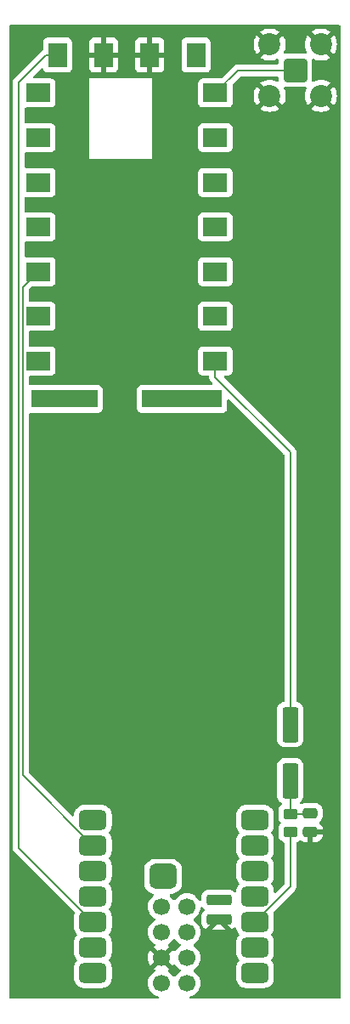
<source format=gbr>
%TF.GenerationSoftware,KiCad,Pcbnew,8.0.6*%
%TF.CreationDate,2024-10-23T18:19:56-04:00*%
%TF.ProjectId,MobileRadio,4d6f6269-6c65-4526-9164-696f2e6b6963,rev?*%
%TF.SameCoordinates,Original*%
%TF.FileFunction,Copper,L1,Top*%
%TF.FilePolarity,Positive*%
%FSLAX46Y46*%
G04 Gerber Fmt 4.6, Leading zero omitted, Abs format (unit mm)*
G04 Created by KiCad (PCBNEW 8.0.6) date 2024-10-23 18:19:56*
%MOMM*%
%LPD*%
G01*
G04 APERTURE LIST*
G04 Aperture macros list*
%AMRoundRect*
0 Rectangle with rounded corners*
0 $1 Rounding radius*
0 $2 $3 $4 $5 $6 $7 $8 $9 X,Y pos of 4 corners*
0 Add a 4 corners polygon primitive as box body*
4,1,4,$2,$3,$4,$5,$6,$7,$8,$9,$2,$3,0*
0 Add four circle primitives for the rounded corners*
1,1,$1+$1,$2,$3*
1,1,$1+$1,$4,$5*
1,1,$1+$1,$6,$7*
1,1,$1+$1,$8,$9*
0 Add four rect primitives between the rounded corners*
20,1,$1+$1,$2,$3,$4,$5,0*
20,1,$1+$1,$4,$5,$6,$7,0*
20,1,$1+$1,$6,$7,$8,$9,0*
20,1,$1+$1,$8,$9,$2,$3,0*%
G04 Aperture macros list end*
%TA.AperFunction,SMDPad,CuDef*%
%ADD10RoundRect,0.500000X0.875000X0.500000X-0.875000X0.500000X-0.875000X-0.500000X0.875000X-0.500000X0*%
%TD*%
%TA.AperFunction,SMDPad,CuDef*%
%ADD11RoundRect,0.275000X-0.975000X-0.275000X0.975000X-0.275000X0.975000X0.275000X-0.975000X0.275000X0*%
%TD*%
%TA.AperFunction,SMDPad,CuDef*%
%ADD12C,1.700000*%
%TD*%
%TA.AperFunction,SMDPad,CuDef*%
%ADD13RoundRect,0.625000X0.750000X0.625000X-0.750000X0.625000X-0.750000X-0.625000X0.750000X-0.625000X0*%
%TD*%
%TA.AperFunction,SMDPad,CuDef*%
%ADD14RoundRect,0.250000X-0.450000X0.262500X-0.450000X-0.262500X0.450000X-0.262500X0.450000X0.262500X0*%
%TD*%
%TA.AperFunction,SMDPad,CuDef*%
%ADD15RoundRect,0.250000X0.550000X-1.500000X0.550000X1.500000X-0.550000X1.500000X-0.550000X-1.500000X0*%
%TD*%
%TA.AperFunction,SMDPad,CuDef*%
%ADD16RoundRect,0.250000X-0.475000X0.250000X-0.475000X-0.250000X0.475000X-0.250000X0.475000X0.250000X0*%
%TD*%
%TA.AperFunction,ComponentPad*%
%ADD17RoundRect,0.200100X-0.949900X-0.949900X0.949900X-0.949900X0.949900X0.949900X-0.949900X0.949900X0*%
%TD*%
%TA.AperFunction,ComponentPad*%
%ADD18C,2.200000*%
%TD*%
%TA.AperFunction,SMDPad,CuDef*%
%ADD19R,2.470000X1.880000*%
%TD*%
%TA.AperFunction,SMDPad,CuDef*%
%ADD20R,1.880000X2.470000*%
%TD*%
%TA.AperFunction,SMDPad,CuDef*%
%ADD21R,6.600000X1.800000*%
%TD*%
%TA.AperFunction,SMDPad,CuDef*%
%ADD22R,8.000000X1.800000*%
%TD*%
%TA.AperFunction,ViaPad*%
%ADD23C,0.600000*%
%TD*%
%TA.AperFunction,Conductor*%
%ADD24C,0.200000*%
%TD*%
G04 APERTURE END LIST*
D10*
%TO.P,U1,1,PA02_A0_D0*%
%TO.N,DRA_RX*%
X124995500Y-146939750D03*
%TO.P,U1,2,PA4_A1_D1*%
%TO.N,DRA_TX*%
X124995500Y-144399750D03*
%TO.P,U1,3,PA10_A2_D2*%
%TO.N,Net-(U1-PA10_A2_D2)*%
X124995500Y-141859750D03*
%TO.P,U1,4,PA11_A3_D3*%
%TO.N,Net-(U1-PA11_A3_D3)*%
X124995500Y-139319750D03*
%TO.P,U1,5,PA8_A4_D4_SDA*%
%TO.N,unconnected-(U1-PA8_A4_D4_SDA-Pad5)*%
X124995500Y-136779750D03*
%TO.P,U1,6,PA9_A5_D5_SCL*%
%TO.N,unconnected-(U1-PA9_A5_D5_SCL-Pad6)*%
X124995500Y-134239750D03*
%TO.P,U1,7,PB08_A6_D6_TX*%
%TO.N,unconnected-(U1-PB08_A6_D6_TX-Pad7)*%
X124995500Y-131699750D03*
%TO.P,U1,8,PB09_A7_D7_RX*%
%TO.N,unconnected-(U1-PB09_A7_D7_RX-Pad8)*%
X108830500Y-131699750D03*
%TO.P,U1,9,PA7_A8_D8_SCK*%
%TO.N,AF_OUT*%
X108830500Y-134239750D03*
%TO.P,U1,10,PA5_A9_D9_MISO*%
%TO.N,Net-(U1-PA5_A9_D9_MISO)*%
X108830500Y-136779750D03*
%TO.P,U1,11,PA6_A10_D10_MOSI*%
%TO.N,Net-(U1-PA6_A10_D10_MOSI)*%
X108830500Y-139319750D03*
%TO.P,U1,12,3V3*%
%TO.N,ESP_3V3*%
X108830500Y-141859750D03*
%TO.P,U1,13,GND*%
%TO.N,GND*%
X108830500Y-144399750D03*
%TO.P,U1,14,5V*%
%TO.N,USB_5V*%
X108830500Y-146939750D03*
D11*
%TO.P,U1,15,BAT*%
%TO.N,VBAT*%
X121385500Y-139701750D03*
%TO.P,U1,16,GND*%
%TO.N,GND*%
X121385500Y-141606750D03*
D12*
%TO.P,U1,17,MTDI*%
%TO.N,unconnected-(U1-MTDI-Pad17)*%
X118210500Y-147951750D03*
%TO.P,U1,18,MTDO*%
%TO.N,unconnected-(U1-MTDO-Pad18)*%
X115670500Y-147951750D03*
%TO.P,U1,19,CHIP_EN*%
%TO.N,unconnected-(U1-CHIP_EN-Pad19)*%
X118210500Y-145411750D03*
%TO.P,U1,20,GND*%
%TO.N,GND*%
X115670500Y-145411750D03*
%TO.P,U1,21,MTMS*%
%TO.N,unconnected-(U1-MTMS-Pad21)*%
X118210500Y-142871750D03*
%TO.P,U1,22,MTCK*%
%TO.N,unconnected-(U1-MTCK-Pad22)*%
X115670500Y-142871750D03*
%TO.P,U1,23,USB_DN*%
%TO.N,unconnected-(U1-USB_DN-Pad23)*%
X118210500Y-140331750D03*
%TO.P,U1,24,USB_DP*%
%TO.N,unconnected-(U1-USB_DP-Pad24)*%
X115670500Y-140331750D03*
D13*
%TO.P,U1,25,PAD*%
%TO.N,unconnected-(U1-PAD-Pad25)*%
X115820500Y-137319750D03*
%TD*%
D14*
%TO.P,R1,1*%
%TO.N,Net-(C1-Pad1)*%
X128500000Y-131087500D03*
%TO.P,R1,2*%
%TO.N,Net-(U1-PA10_A2_D2)*%
X128500000Y-132912500D03*
%TD*%
D15*
%TO.P,C2,1*%
%TO.N,Net-(C1-Pad1)*%
X128500000Y-127800000D03*
%TO.P,C2,2*%
%TO.N,MIC_IN*%
X128500000Y-122200000D03*
%TD*%
D16*
%TO.P,C1,1*%
%TO.N,Net-(C1-Pad1)*%
X130500000Y-131000000D03*
%TO.P,C1,2*%
%TO.N,GND*%
X130500000Y-132900000D03*
%TD*%
D17*
%TO.P,J1,1,In*%
%TO.N,Net-(J1-In)*%
X129000000Y-57000000D03*
D18*
%TO.P,J1,2,Ext*%
%TO.N,GND*%
X126450000Y-54450000D03*
X126450000Y-59550000D03*
X131550000Y-54450000D03*
X131550000Y-59550000D03*
%TD*%
D19*
%TO.P,U2,1,SQ*%
%TO.N,unconnected-(U2-SQ-Pad1)*%
X103375000Y-85975000D03*
%TO.P,U2,2*%
%TO.N,N/C*%
X103375000Y-81525000D03*
%TO.P,U2,3,AF_OUT*%
%TO.N,AF_OUT*%
X103375000Y-77075000D03*
%TO.P,U2,4*%
%TO.N,N/C*%
X103375000Y-72625000D03*
%TO.P,U2,5,PTT*%
%TO.N,Net-(U1-PA11_A3_D3)*%
X103375000Y-68175000D03*
%TO.P,U2,6,PD*%
%TO.N,Net-(U1-PA5_A9_D9_MISO)*%
X103375000Y-63725000D03*
%TO.P,U2,7,H/L*%
%TO.N,Net-(U1-PA6_A10_D10_MOSI)*%
X103375000Y-59275000D03*
D20*
%TO.P,U2,8,VBAT*%
%TO.N,ESP_3V3*%
X105300000Y-55500000D03*
%TO.P,U2,9,GND*%
%TO.N,GND*%
X109900000Y-55500000D03*
%TO.P,U2,10,GND*%
X114500000Y-55500000D03*
%TO.P,U2,11*%
%TO.N,N/C*%
X119100000Y-55500000D03*
D19*
%TO.P,U2,12,ANT*%
%TO.N,Net-(J1-In)*%
X121025000Y-59275000D03*
%TO.P,U2,13*%
%TO.N,N/C*%
X121025000Y-63725000D03*
%TO.P,U2,14*%
X121025000Y-68175000D03*
%TO.P,U2,15*%
X121025000Y-72625000D03*
%TO.P,U2,16,RXD*%
%TO.N,DRA_RX*%
X121025000Y-77075000D03*
%TO.P,U2,17,TXD*%
%TO.N,DRA_TX*%
X121025000Y-81525000D03*
%TO.P,U2,18,MIC_IN*%
%TO.N,MIC_IN*%
X121025000Y-85975000D03*
D21*
%TO.P,U2,P2*%
%TO.N,N/C*%
X106000000Y-89750000D03*
D22*
%TO.P,U2,P3*%
X117700000Y-89750000D03*
%TD*%
D23*
%TO.N,Net-(U1-PA11_A3_D3)*%
X124995500Y-139319750D03*
%TO.N,GND*%
X130500000Y-132900000D03*
%TO.N,DRA_TX*%
X121025000Y-81525000D03*
%TO.N,DRA_RX*%
X121025000Y-77075000D03*
%TO.N,Net-(U1-PA11_A3_D3)*%
X103375000Y-68175000D03*
%TO.N,Net-(U1-PA6_A10_D10_MOSI)*%
X103375000Y-59275000D03*
%TO.N,Net-(U1-PA5_A9_D9_MISO)*%
X103375000Y-63725000D03*
X108830500Y-136779750D03*
%TO.N,Net-(U1-PA6_A10_D10_MOSI)*%
X108830500Y-139319750D03*
%TO.N,DRA_TX*%
X124995500Y-144399750D03*
%TO.N,DRA_RX*%
X124995500Y-146939750D03*
%TO.N,GND*%
X121385500Y-141606750D03*
X115670500Y-145411750D03*
X108830500Y-144399750D03*
X114500000Y-55500000D03*
X109900000Y-55500000D03*
%TD*%
D24*
%TO.N,AF_OUT*%
X101840000Y-78610000D02*
X103375000Y-77075000D01*
X108830500Y-134239750D02*
X101840000Y-127249250D01*
X101840000Y-127249250D02*
X101840000Y-78610000D01*
%TO.N,MIC_IN*%
X128500000Y-95050000D02*
X121025000Y-87575000D01*
X121025000Y-87575000D02*
X121025000Y-85975000D01*
X128500000Y-122200000D02*
X128500000Y-95050000D01*
%TO.N,Net-(U1-PA10_A2_D2)*%
X128500000Y-138355250D02*
X128500000Y-132912500D01*
X124995500Y-141859750D02*
X128500000Y-138355250D01*
%TO.N,Net-(C1-Pad1)*%
X128500000Y-131087500D02*
X128500000Y-127800000D01*
X130000000Y-131000000D02*
X129912500Y-131087500D01*
X129912500Y-131087500D02*
X128500000Y-131087500D01*
X130500000Y-131000000D02*
X130000000Y-131000000D01*
%TO.N,ESP_3V3*%
X101440000Y-134469250D02*
X108830500Y-141859750D01*
X104160000Y-55500000D02*
X101440000Y-58220000D01*
X105300000Y-55500000D02*
X104160000Y-55500000D01*
X101440000Y-58220000D02*
X101440000Y-134469250D01*
%TO.N,Net-(J1-In)*%
X123300000Y-57000000D02*
X129000000Y-57000000D01*
X121025000Y-59275000D02*
X123300000Y-57000000D01*
%TD*%
%TA.AperFunction,Conductor*%
%TO.N,GND*%
G36*
X133442439Y-52520385D02*
G01*
X133488194Y-52573189D01*
X133499400Y-52624700D01*
X133499400Y-149375500D01*
X133479715Y-149442539D01*
X133426911Y-149488294D01*
X133375400Y-149499500D01*
X118594025Y-149499500D01*
X118526986Y-149479815D01*
X118481231Y-149427011D01*
X118471287Y-149357853D01*
X118500312Y-149294297D01*
X118559090Y-149256523D01*
X118561932Y-149255725D01*
X118620988Y-149239900D01*
X118674163Y-149225653D01*
X118888330Y-149125785D01*
X119081901Y-148990245D01*
X119248995Y-148823151D01*
X119384535Y-148629580D01*
X119484403Y-148415413D01*
X119545563Y-148187158D01*
X119566159Y-147951750D01*
X119545563Y-147716342D01*
X119484403Y-147488087D01*
X119384535Y-147273921D01*
X119378925Y-147265908D01*
X119248994Y-147080347D01*
X119081902Y-146913256D01*
X119081896Y-146913251D01*
X118896342Y-146783325D01*
X118852717Y-146728748D01*
X118845523Y-146659250D01*
X118877046Y-146596895D01*
X118896342Y-146580175D01*
X118972748Y-146526675D01*
X119081901Y-146450245D01*
X119248995Y-146283151D01*
X119384535Y-146089580D01*
X119484403Y-145875413D01*
X119545563Y-145647158D01*
X119566159Y-145411750D01*
X119545563Y-145176342D01*
X119484403Y-144948087D01*
X119384535Y-144733921D01*
X119379231Y-144726345D01*
X119248994Y-144540347D01*
X119081902Y-144373256D01*
X119081896Y-144373251D01*
X118896342Y-144243325D01*
X118852717Y-144188748D01*
X118845523Y-144119250D01*
X118877046Y-144056895D01*
X118896342Y-144040175D01*
X118918526Y-144024641D01*
X119081901Y-143910245D01*
X119248995Y-143743151D01*
X119384535Y-143549580D01*
X119484403Y-143335413D01*
X119545563Y-143107158D01*
X119566159Y-142871750D01*
X119547348Y-142656749D01*
X120689052Y-142656749D01*
X120689053Y-142656750D01*
X122081947Y-142656750D01*
X122081947Y-142656749D01*
X121385500Y-141960303D01*
X120689052Y-142656749D01*
X119547348Y-142656749D01*
X119545563Y-142636342D01*
X119499126Y-142463035D01*
X119484405Y-142408094D01*
X119484404Y-142408093D01*
X119484403Y-142408087D01*
X119384535Y-142193921D01*
X119378925Y-142185908D01*
X119248994Y-142000347D01*
X119081902Y-141833256D01*
X119081896Y-141833251D01*
X118896342Y-141703325D01*
X118852717Y-141648748D01*
X118845523Y-141579250D01*
X118877046Y-141516895D01*
X118896342Y-141500175D01*
X118918526Y-141484641D01*
X119081901Y-141370245D01*
X119248995Y-141203151D01*
X119384535Y-141009580D01*
X119484403Y-140795413D01*
X119545563Y-140567158D01*
X119552511Y-140487741D01*
X119577963Y-140422673D01*
X119634554Y-140381694D01*
X119704316Y-140377816D01*
X119765100Y-140412270D01*
X119781028Y-140432570D01*
X119800353Y-140463326D01*
X119800355Y-140463328D01*
X119903949Y-140566922D01*
X119937434Y-140628245D01*
X119932450Y-140697937D01*
X119903950Y-140742284D01*
X119800745Y-140845489D01*
X119707830Y-140993363D01*
X119650148Y-141158210D01*
X119635500Y-141288219D01*
X119635500Y-141925280D01*
X119650148Y-142055289D01*
X119707830Y-142220136D01*
X119800746Y-142368012D01*
X119924237Y-142491503D01*
X120061159Y-142577536D01*
X121297818Y-141340877D01*
X121359141Y-141307392D01*
X121428833Y-141312376D01*
X121473180Y-141340877D01*
X122709840Y-142577537D01*
X122846758Y-142491506D01*
X122916021Y-142422243D01*
X122977344Y-142388758D01*
X123047036Y-142393742D01*
X123102970Y-142435613D01*
X123127216Y-142498944D01*
X123130613Y-142537165D01*
X123186589Y-142732795D01*
X123186590Y-142732798D01*
X123186591Y-142732799D01*
X123280802Y-142913157D01*
X123280804Y-142913159D01*
X123393515Y-143051389D01*
X123420624Y-143115786D01*
X123408615Y-143184615D01*
X123393515Y-143208111D01*
X123289721Y-143335405D01*
X123280802Y-143346343D01*
X123279082Y-143349636D01*
X123186589Y-143526704D01*
X123130614Y-143722333D01*
X123130613Y-143722336D01*
X123120000Y-143841716D01*
X123120000Y-144957778D01*
X123120001Y-144957784D01*
X123130613Y-145077165D01*
X123186589Y-145272795D01*
X123186590Y-145272798D01*
X123186591Y-145272799D01*
X123280802Y-145453157D01*
X123280804Y-145453159D01*
X123393515Y-145591389D01*
X123420624Y-145655786D01*
X123408615Y-145724615D01*
X123393515Y-145748111D01*
X123280804Y-145886340D01*
X123186589Y-146066704D01*
X123130614Y-146262333D01*
X123130613Y-146262336D01*
X123120000Y-146381716D01*
X123120000Y-147497778D01*
X123120001Y-147497784D01*
X123130613Y-147617165D01*
X123186589Y-147812795D01*
X123186590Y-147812798D01*
X123186591Y-147812799D01*
X123280802Y-147993157D01*
X123280804Y-147993159D01*
X123409390Y-148150859D01*
X123453902Y-148187153D01*
X123567093Y-148279448D01*
X123747451Y-148373659D01*
X123943082Y-148429636D01*
X124062463Y-148440250D01*
X125928536Y-148440249D01*
X126047918Y-148429636D01*
X126243549Y-148373659D01*
X126423907Y-148279448D01*
X126581609Y-148150859D01*
X126710198Y-147993157D01*
X126804409Y-147812799D01*
X126860386Y-147617168D01*
X126871000Y-147497787D01*
X126870999Y-146381714D01*
X126860386Y-146262332D01*
X126810957Y-146089584D01*
X126804410Y-146066704D01*
X126804409Y-146066703D01*
X126804409Y-146066701D01*
X126710198Y-145886343D01*
X126597483Y-145748109D01*
X126570375Y-145683715D01*
X126582384Y-145614885D01*
X126597481Y-145591392D01*
X126710198Y-145453157D01*
X126804409Y-145272799D01*
X126860386Y-145077168D01*
X126871000Y-144957787D01*
X126870999Y-143841714D01*
X126860386Y-143722332D01*
X126810957Y-143549584D01*
X126804410Y-143526704D01*
X126804409Y-143526703D01*
X126804409Y-143526701D01*
X126710198Y-143346343D01*
X126597483Y-143208109D01*
X126570375Y-143143715D01*
X126582384Y-143074885D01*
X126597481Y-143051392D01*
X126710198Y-142913157D01*
X126804409Y-142732799D01*
X126860386Y-142537168D01*
X126871000Y-142417787D01*
X126870999Y-141301714D01*
X126860386Y-141182332D01*
X126805216Y-140989521D01*
X126805699Y-140919657D01*
X126836749Y-140867734D01*
X128858506Y-138845978D01*
X128858511Y-138845974D01*
X128868714Y-138835770D01*
X128868716Y-138835770D01*
X128980520Y-138723966D01*
X129059577Y-138587034D01*
X129100500Y-138434307D01*
X129100500Y-134005300D01*
X129120185Y-133938261D01*
X129172989Y-133892506D01*
X129185482Y-133887599D01*
X129269334Y-133859814D01*
X129418656Y-133767712D01*
X129418661Y-133767707D01*
X129424324Y-133763231D01*
X129425335Y-133764510D01*
X129478988Y-133735206D01*
X129548680Y-133740182D01*
X129570458Y-133750830D01*
X129705875Y-133834356D01*
X129705880Y-133834358D01*
X129872302Y-133889505D01*
X129872309Y-133889506D01*
X129975019Y-133899999D01*
X130249999Y-133899999D01*
X130750000Y-133899999D01*
X131024972Y-133899999D01*
X131024986Y-133899998D01*
X131127697Y-133889505D01*
X131294119Y-133834358D01*
X131294124Y-133834356D01*
X131443345Y-133742315D01*
X131567315Y-133618345D01*
X131659356Y-133469124D01*
X131659358Y-133469119D01*
X131714505Y-133302697D01*
X131714506Y-133302690D01*
X131724999Y-133199986D01*
X131725000Y-133199973D01*
X131725000Y-133150000D01*
X130750000Y-133150000D01*
X130750000Y-133899999D01*
X130249999Y-133899999D01*
X130250000Y-133899998D01*
X130250000Y-132774000D01*
X130269685Y-132706961D01*
X130322489Y-132661206D01*
X130374000Y-132650000D01*
X131724999Y-132650000D01*
X131724999Y-132600028D01*
X131724998Y-132600013D01*
X131714505Y-132497302D01*
X131659358Y-132330880D01*
X131659356Y-132330875D01*
X131567315Y-132181654D01*
X131443344Y-132057683D01*
X131443341Y-132057681D01*
X131440339Y-132055829D01*
X131438713Y-132054021D01*
X131437677Y-132053202D01*
X131437817Y-132053024D01*
X131393617Y-132003880D01*
X131382397Y-131934917D01*
X131410243Y-131870836D01*
X131440344Y-131844754D01*
X131443656Y-131842712D01*
X131567712Y-131718656D01*
X131659814Y-131569334D01*
X131714999Y-131402797D01*
X131725500Y-131300009D01*
X131725499Y-130699992D01*
X131722660Y-130672204D01*
X131714999Y-130597203D01*
X131714998Y-130597200D01*
X131684667Y-130505668D01*
X131659814Y-130430666D01*
X131567712Y-130281344D01*
X131443656Y-130157288D01*
X131329530Y-130086895D01*
X131294336Y-130065187D01*
X131294331Y-130065185D01*
X131292862Y-130064698D01*
X131127797Y-130010001D01*
X131127795Y-130010000D01*
X131025010Y-129999500D01*
X129974998Y-129999500D01*
X129974980Y-129999501D01*
X129872203Y-130010000D01*
X129872200Y-130010001D01*
X129705668Y-130065185D01*
X129705666Y-130065185D01*
X129705666Y-130065186D01*
X129705662Y-130065187D01*
X129705661Y-130065189D01*
X129670469Y-130086895D01*
X129603076Y-130105334D01*
X129536413Y-130084410D01*
X129491645Y-130030768D01*
X129482984Y-129961437D01*
X129513182Y-129898430D01*
X129517693Y-129893673D01*
X129518650Y-129892715D01*
X129518656Y-129892712D01*
X129642712Y-129768656D01*
X129734814Y-129619334D01*
X129789999Y-129452797D01*
X129800500Y-129350009D01*
X129800499Y-126249992D01*
X129789999Y-126147203D01*
X129734814Y-125980666D01*
X129642712Y-125831344D01*
X129518656Y-125707288D01*
X129369334Y-125615186D01*
X129202797Y-125560001D01*
X129202795Y-125560000D01*
X129100010Y-125549500D01*
X127899998Y-125549500D01*
X127899981Y-125549501D01*
X127797203Y-125560000D01*
X127797200Y-125560001D01*
X127630668Y-125615185D01*
X127630663Y-125615187D01*
X127481342Y-125707289D01*
X127357289Y-125831342D01*
X127265187Y-125980663D01*
X127265186Y-125980666D01*
X127210001Y-126147203D01*
X127210001Y-126147204D01*
X127210000Y-126147204D01*
X127199500Y-126249983D01*
X127199500Y-129350001D01*
X127199501Y-129350018D01*
X127210000Y-129452796D01*
X127210001Y-129452799D01*
X127265185Y-129619331D01*
X127265186Y-129619334D01*
X127357288Y-129768656D01*
X127481344Y-129892712D01*
X127592766Y-129961437D01*
X127635509Y-129987801D01*
X127682233Y-130039749D01*
X127693456Y-130108712D01*
X127665612Y-130172794D01*
X127635509Y-130198878D01*
X127581347Y-130232285D01*
X127581343Y-130232288D01*
X127457289Y-130356342D01*
X127365187Y-130505663D01*
X127365186Y-130505666D01*
X127310001Y-130672203D01*
X127310001Y-130672204D01*
X127310000Y-130672204D01*
X127299500Y-130774983D01*
X127299500Y-131400001D01*
X127299501Y-131400019D01*
X127310000Y-131502796D01*
X127310001Y-131502799D01*
X127365185Y-131669331D01*
X127365187Y-131669336D01*
X127457289Y-131818657D01*
X127550951Y-131912319D01*
X127584436Y-131973642D01*
X127579452Y-132043334D01*
X127550951Y-132087681D01*
X127457289Y-132181342D01*
X127365187Y-132330663D01*
X127365185Y-132330668D01*
X127365115Y-132330880D01*
X127310001Y-132497203D01*
X127310001Y-132497204D01*
X127310000Y-132497204D01*
X127299500Y-132599983D01*
X127299500Y-133225001D01*
X127299501Y-133225019D01*
X127310000Y-133327796D01*
X127310001Y-133327799D01*
X127356832Y-133469124D01*
X127365186Y-133494334D01*
X127457288Y-133643656D01*
X127581344Y-133767712D01*
X127730666Y-133859814D01*
X127814505Y-133887595D01*
X127871948Y-133927366D01*
X127898772Y-133991882D01*
X127899500Y-134005300D01*
X127899500Y-138055152D01*
X127879815Y-138122191D01*
X127863181Y-138142833D01*
X127082680Y-138923334D01*
X127021357Y-138956819D01*
X126951665Y-138951835D01*
X126895732Y-138909963D01*
X126871315Y-138844499D01*
X126870999Y-138835653D01*
X126870999Y-138761721D01*
X126870999Y-138761714D01*
X126860386Y-138642332D01*
X126804409Y-138446701D01*
X126710198Y-138266343D01*
X126597483Y-138128109D01*
X126570375Y-138063715D01*
X126582384Y-137994885D01*
X126597481Y-137971392D01*
X126710198Y-137833157D01*
X126804409Y-137652799D01*
X126860386Y-137457168D01*
X126871000Y-137337787D01*
X126870999Y-136221714D01*
X126860386Y-136102332D01*
X126804409Y-135906701D01*
X126710198Y-135726343D01*
X126597483Y-135588109D01*
X126570375Y-135523715D01*
X126582384Y-135454885D01*
X126597481Y-135431392D01*
X126710198Y-135293157D01*
X126804409Y-135112799D01*
X126860386Y-134917168D01*
X126871000Y-134797787D01*
X126870999Y-133681714D01*
X126860386Y-133562332D01*
X126804409Y-133366701D01*
X126710198Y-133186343D01*
X126597483Y-133048109D01*
X126570375Y-132983715D01*
X126582384Y-132914885D01*
X126597481Y-132891392D01*
X126710198Y-132753157D01*
X126804409Y-132572799D01*
X126860386Y-132377168D01*
X126871000Y-132257787D01*
X126870999Y-131141714D01*
X126860386Y-131022332D01*
X126804409Y-130826701D01*
X126710198Y-130646343D01*
X126595493Y-130505668D01*
X126581609Y-130488640D01*
X126423909Y-130360054D01*
X126423910Y-130360054D01*
X126423907Y-130360052D01*
X126243549Y-130265841D01*
X126243548Y-130265840D01*
X126243545Y-130265839D01*
X126126276Y-130232285D01*
X126047918Y-130209864D01*
X126047915Y-130209863D01*
X126047913Y-130209863D01*
X125981602Y-130203967D01*
X125928537Y-130199250D01*
X125928532Y-130199250D01*
X124062471Y-130199250D01*
X124062465Y-130199250D01*
X124062464Y-130199251D01*
X124050816Y-130200286D01*
X123943084Y-130209863D01*
X123747454Y-130265839D01*
X123657272Y-130312946D01*
X123567093Y-130360052D01*
X123567091Y-130360053D01*
X123567090Y-130360054D01*
X123409390Y-130488640D01*
X123320870Y-130597203D01*
X123280802Y-130646343D01*
X123252778Y-130699992D01*
X123186589Y-130826704D01*
X123130614Y-131022333D01*
X123130613Y-131022336D01*
X123120000Y-131141716D01*
X123120000Y-132257778D01*
X123120001Y-132257784D01*
X123130613Y-132377165D01*
X123186589Y-132572795D01*
X123186590Y-132572798D01*
X123186591Y-132572799D01*
X123280802Y-132753157D01*
X123280804Y-132753159D01*
X123393515Y-132891389D01*
X123420624Y-132955786D01*
X123408615Y-133024615D01*
X123393515Y-133048111D01*
X123310436Y-133150000D01*
X123280802Y-133186343D01*
X123248735Y-133247732D01*
X123186589Y-133366704D01*
X123130614Y-133562333D01*
X123130613Y-133562336D01*
X123120000Y-133681716D01*
X123120000Y-134797778D01*
X123120001Y-134797784D01*
X123130613Y-134917165D01*
X123186589Y-135112795D01*
X123186590Y-135112798D01*
X123186591Y-135112799D01*
X123280802Y-135293157D01*
X123280804Y-135293159D01*
X123393515Y-135431389D01*
X123420624Y-135495786D01*
X123408615Y-135564615D01*
X123393515Y-135588111D01*
X123280804Y-135726340D01*
X123186589Y-135906704D01*
X123130614Y-136102333D01*
X123130613Y-136102336D01*
X123120000Y-136221716D01*
X123120000Y-137337778D01*
X123120001Y-137337784D01*
X123130613Y-137457165D01*
X123186589Y-137652795D01*
X123186590Y-137652798D01*
X123186591Y-137652799D01*
X123280802Y-137833157D01*
X123280804Y-137833159D01*
X123393515Y-137971389D01*
X123420624Y-138035786D01*
X123408615Y-138104615D01*
X123393515Y-138128111D01*
X123280802Y-138266343D01*
X123268962Y-138289010D01*
X123186589Y-138446704D01*
X123130614Y-138642333D01*
X123130613Y-138642336D01*
X123120000Y-138761716D01*
X123120000Y-138790165D01*
X123100315Y-138857204D01*
X123047511Y-138902959D01*
X122978353Y-138912903D01*
X122914797Y-138883878D01*
X122908319Y-138877846D01*
X122847076Y-138816603D01*
X122759723Y-138761716D01*
X122699106Y-138723628D01*
X122699105Y-138723627D01*
X122699104Y-138723627D01*
X122534158Y-138665909D01*
X122534148Y-138665907D01*
X122404058Y-138651250D01*
X122404052Y-138651250D01*
X120366948Y-138651250D01*
X120366941Y-138651250D01*
X120236851Y-138665907D01*
X120236841Y-138665909D01*
X120071895Y-138723627D01*
X119923923Y-138816603D01*
X119800353Y-138940173D01*
X119707377Y-139088145D01*
X119649659Y-139253091D01*
X119649657Y-139253101D01*
X119635000Y-139383191D01*
X119635000Y-139631716D01*
X119615315Y-139698755D01*
X119562511Y-139744510D01*
X119493353Y-139754454D01*
X119429797Y-139725429D01*
X119398618Y-139684122D01*
X119389796Y-139665204D01*
X119384535Y-139653921D01*
X119248995Y-139460349D01*
X119248994Y-139460347D01*
X119081902Y-139293256D01*
X119081899Y-139293254D01*
X119007622Y-139241244D01*
X118888334Y-139157717D01*
X118888330Y-139157715D01*
X118784701Y-139109392D01*
X118674163Y-139057847D01*
X118674159Y-139057846D01*
X118674155Y-139057844D01*
X118445913Y-138996688D01*
X118445903Y-138996686D01*
X118210501Y-138976091D01*
X118210499Y-138976091D01*
X117975096Y-138996686D01*
X117975086Y-138996688D01*
X117746844Y-139057844D01*
X117746835Y-139057848D01*
X117532671Y-139157714D01*
X117532669Y-139157715D01*
X117339097Y-139293255D01*
X117172005Y-139460347D01*
X117042075Y-139645908D01*
X116987498Y-139689533D01*
X116918000Y-139696727D01*
X116855645Y-139665204D01*
X116838925Y-139645908D01*
X116708994Y-139460347D01*
X116541902Y-139293256D01*
X116537749Y-139289771D01*
X116539276Y-139287950D01*
X116501945Y-139241244D01*
X116494754Y-139171745D01*
X116526279Y-139109392D01*
X116586510Y-139073980D01*
X116616695Y-139070250D01*
X116656436Y-139070250D01*
X116656448Y-139070250D01*
X116704726Y-139067374D01*
X116914759Y-139021684D01*
X117112348Y-138937071D01*
X117262194Y-138835653D01*
X117290348Y-138816598D01*
X117290349Y-138816596D01*
X117290355Y-138816593D01*
X117442343Y-138664605D01*
X117562821Y-138486598D01*
X117647434Y-138289009D01*
X117693124Y-138078976D01*
X117696000Y-138030698D01*
X117696000Y-136608802D01*
X117693124Y-136560524D01*
X117647434Y-136350491D01*
X117562821Y-136152902D01*
X117528594Y-136102332D01*
X117442348Y-135974901D01*
X117442340Y-135974892D01*
X117290357Y-135822909D01*
X117290348Y-135822901D01*
X117112345Y-135702427D01*
X116914760Y-135617816D01*
X116914749Y-135617813D01*
X116704731Y-135572127D01*
X116704730Y-135572126D01*
X116704726Y-135572126D01*
X116656448Y-135569250D01*
X114984552Y-135569250D01*
X114936274Y-135572126D01*
X114936269Y-135572126D01*
X114936268Y-135572127D01*
X114726250Y-135617813D01*
X114726239Y-135617816D01*
X114528654Y-135702427D01*
X114350651Y-135822901D01*
X114350642Y-135822909D01*
X114198659Y-135974892D01*
X114198651Y-135974901D01*
X114078177Y-136152904D01*
X113993566Y-136350489D01*
X113993563Y-136350500D01*
X113947877Y-136560518D01*
X113947876Y-136560524D01*
X113945000Y-136608802D01*
X113945000Y-138030698D01*
X113947876Y-138078976D01*
X113947876Y-138078980D01*
X113947877Y-138078981D01*
X113993563Y-138288999D01*
X113993566Y-138289010D01*
X114078177Y-138486595D01*
X114198651Y-138664598D01*
X114198659Y-138664607D01*
X114350642Y-138816590D01*
X114350651Y-138816598D01*
X114450059Y-138883878D01*
X114528652Y-138937071D01*
X114528653Y-138937071D01*
X114528654Y-138937072D01*
X114619772Y-138976091D01*
X114726241Y-139021684D01*
X114726249Y-139021685D01*
X114726250Y-139021686D01*
X114800880Y-139037921D01*
X114862203Y-139071405D01*
X114895688Y-139132728D01*
X114890704Y-139202420D01*
X114848833Y-139258354D01*
X114845646Y-139260661D01*
X114799098Y-139293254D01*
X114632005Y-139460347D01*
X114496465Y-139653919D01*
X114496464Y-139653921D01*
X114396598Y-139868085D01*
X114396594Y-139868094D01*
X114335438Y-140096336D01*
X114335436Y-140096346D01*
X114314841Y-140331749D01*
X114314841Y-140331750D01*
X114335436Y-140567153D01*
X114335438Y-140567163D01*
X114396594Y-140795405D01*
X114396596Y-140795409D01*
X114396597Y-140795413D01*
X114468389Y-140949371D01*
X114496465Y-141009580D01*
X114496467Y-141009584D01*
X114600537Y-141158210D01*
X114632001Y-141203146D01*
X114632006Y-141203152D01*
X114799097Y-141370243D01*
X114799103Y-141370248D01*
X114984658Y-141500175D01*
X115028283Y-141554752D01*
X115035477Y-141624250D01*
X115003954Y-141686605D01*
X114984658Y-141703325D01*
X114799097Y-141833255D01*
X114632005Y-142000347D01*
X114496465Y-142193919D01*
X114496464Y-142193921D01*
X114396598Y-142408085D01*
X114396594Y-142408094D01*
X114335438Y-142636336D01*
X114335436Y-142636346D01*
X114314841Y-142871749D01*
X114314841Y-142871750D01*
X114335436Y-143107153D01*
X114335438Y-143107163D01*
X114396594Y-143335405D01*
X114396596Y-143335409D01*
X114396597Y-143335413D01*
X114408179Y-143360250D01*
X114496465Y-143549580D01*
X114496467Y-143549584D01*
X114604781Y-143704271D01*
X114632005Y-143743151D01*
X114799099Y-143910245D01*
X114984658Y-144040175D01*
X114985094Y-144040480D01*
X115028718Y-144095057D01*
X115035911Y-144164556D01*
X115004389Y-144226910D01*
X114985093Y-144243630D01*
X114909126Y-144296822D01*
X114909125Y-144296822D01*
X115670500Y-145058197D01*
X115670501Y-145058197D01*
X116431873Y-144296823D01*
X116431873Y-144296822D01*
X116355905Y-144243630D01*
X116312280Y-144189054D01*
X116305086Y-144119555D01*
X116336608Y-144057201D01*
X116355899Y-144040484D01*
X116541901Y-143910245D01*
X116708995Y-143743151D01*
X116838925Y-143557592D01*
X116893502Y-143513967D01*
X116963000Y-143506773D01*
X117025355Y-143538296D01*
X117042075Y-143557592D01*
X117172001Y-143743146D01*
X117172006Y-143743152D01*
X117339097Y-143910243D01*
X117339103Y-143910248D01*
X117524658Y-144040175D01*
X117568283Y-144094752D01*
X117575477Y-144164250D01*
X117543954Y-144226605D01*
X117524658Y-144243325D01*
X117339097Y-144373255D01*
X117172005Y-144540347D01*
X117041769Y-144726345D01*
X116987192Y-144769970D01*
X116917694Y-144777164D01*
X116855339Y-144745641D01*
X116838619Y-144726345D01*
X116785425Y-144650376D01*
X116785425Y-144650375D01*
X116024053Y-145411749D01*
X116024053Y-145411751D01*
X116785425Y-146173123D01*
X116838619Y-146097155D01*
X116893196Y-146053531D01*
X116962695Y-146046338D01*
X117025049Y-146077860D01*
X117041769Y-146097155D01*
X117172005Y-146283151D01*
X117172006Y-146283152D01*
X117339097Y-146450243D01*
X117339103Y-146450248D01*
X117524658Y-146580175D01*
X117568283Y-146634752D01*
X117575477Y-146704250D01*
X117543954Y-146766605D01*
X117524658Y-146783325D01*
X117339097Y-146913255D01*
X117172005Y-147080347D01*
X117042075Y-147265908D01*
X116987498Y-147309533D01*
X116918000Y-147316727D01*
X116855645Y-147285204D01*
X116838925Y-147265908D01*
X116708994Y-147080347D01*
X116541902Y-146913256D01*
X116541901Y-146913255D01*
X116355905Y-146783019D01*
X116312281Y-146728442D01*
X116305088Y-146658943D01*
X116336610Y-146596589D01*
X116355905Y-146579869D01*
X116431873Y-146526675D01*
X115670500Y-145765303D01*
X114909125Y-146526675D01*
X114985094Y-146579869D01*
X115028719Y-146634446D01*
X115035913Y-146703944D01*
X115004390Y-146766299D01*
X114985095Y-146783019D01*
X114799094Y-146913258D01*
X114632005Y-147080347D01*
X114496465Y-147273919D01*
X114496464Y-147273921D01*
X114396598Y-147488085D01*
X114396594Y-147488094D01*
X114335438Y-147716336D01*
X114335436Y-147716346D01*
X114314841Y-147951749D01*
X114314841Y-147951750D01*
X114335436Y-148187153D01*
X114335438Y-148187163D01*
X114396594Y-148415405D01*
X114396596Y-148415409D01*
X114396597Y-148415413D01*
X114408179Y-148440250D01*
X114496465Y-148629580D01*
X114496467Y-148629584D01*
X114604781Y-148784271D01*
X114632005Y-148823151D01*
X114799099Y-148990245D01*
X114895884Y-149058015D01*
X114992665Y-149125782D01*
X114992667Y-149125783D01*
X114992670Y-149125785D01*
X115206837Y-149225653D01*
X115206843Y-149225654D01*
X115206844Y-149225655D01*
X115319068Y-149255725D01*
X115378729Y-149292090D01*
X115409258Y-149354937D01*
X115400964Y-149424312D01*
X115356478Y-149478190D01*
X115289926Y-149499465D01*
X115286975Y-149499500D01*
X100624500Y-149499500D01*
X100557461Y-149479815D01*
X100511706Y-149427011D01*
X100500500Y-149375500D01*
X100500500Y-134548304D01*
X100839498Y-134548304D01*
X100839499Y-134548307D01*
X100880423Y-134701035D01*
X100880424Y-134701036D01*
X100891527Y-134720269D01*
X100891528Y-134720270D01*
X100959475Y-134837959D01*
X100959481Y-134837967D01*
X101078349Y-134956835D01*
X101078355Y-134956840D01*
X106989247Y-140867732D01*
X107022732Y-140929055D01*
X107020782Y-140989524D01*
X106965614Y-141182332D01*
X106965613Y-141182336D01*
X106955000Y-141301716D01*
X106955000Y-142417778D01*
X106955001Y-142417784D01*
X106965613Y-142537165D01*
X107021589Y-142732795D01*
X107021590Y-142732798D01*
X107021591Y-142732799D01*
X107115802Y-142913157D01*
X107115804Y-142913159D01*
X107228838Y-143051785D01*
X107255947Y-143116182D01*
X107243938Y-143185011D01*
X107228838Y-143208507D01*
X107116221Y-143346620D01*
X107022057Y-143526888D01*
X106966109Y-143722421D01*
X106966108Y-143722424D01*
X106955500Y-143841749D01*
X106955500Y-144957750D01*
X106966108Y-145077075D01*
X106966109Y-145077078D01*
X107022057Y-145272611D01*
X107116221Y-145452879D01*
X107228838Y-145590992D01*
X107255947Y-145655388D01*
X107243938Y-145724218D01*
X107228838Y-145747713D01*
X107115805Y-145886337D01*
X107021589Y-146066704D01*
X106965614Y-146262333D01*
X106965613Y-146262336D01*
X106955000Y-146381716D01*
X106955000Y-147497778D01*
X106955001Y-147497784D01*
X106965613Y-147617165D01*
X107021589Y-147812795D01*
X107021590Y-147812798D01*
X107021591Y-147812799D01*
X107115802Y-147993157D01*
X107115804Y-147993159D01*
X107244390Y-148150859D01*
X107288902Y-148187153D01*
X107402093Y-148279448D01*
X107582451Y-148373659D01*
X107778082Y-148429636D01*
X107897463Y-148440250D01*
X109763536Y-148440249D01*
X109882918Y-148429636D01*
X110078549Y-148373659D01*
X110258907Y-148279448D01*
X110416609Y-148150859D01*
X110545198Y-147993157D01*
X110639409Y-147812799D01*
X110695386Y-147617168D01*
X110706000Y-147497787D01*
X110705999Y-146381714D01*
X110695386Y-146262332D01*
X110645957Y-146089584D01*
X110639410Y-146066704D01*
X110639409Y-146066703D01*
X110639409Y-146066701D01*
X110545198Y-145886343D01*
X110432161Y-145747714D01*
X110405052Y-145683318D01*
X110417061Y-145614488D01*
X110432162Y-145590991D01*
X110544778Y-145452880D01*
X110566263Y-145411748D01*
X114315343Y-145411748D01*
X114315343Y-145411751D01*
X114335930Y-145647065D01*
X114335932Y-145647076D01*
X114397066Y-145875233D01*
X114397070Y-145875242D01*
X114496900Y-146089329D01*
X114496902Y-146089333D01*
X114555572Y-146173123D01*
X114555573Y-146173123D01*
X115316947Y-145411750D01*
X114555572Y-144650375D01*
X114496901Y-144734169D01*
X114397070Y-144948257D01*
X114397066Y-144948266D01*
X114335932Y-145176423D01*
X114335930Y-145176434D01*
X114315343Y-145411748D01*
X110566263Y-145411748D01*
X110638942Y-145272611D01*
X110694890Y-145077078D01*
X110694891Y-145077075D01*
X110705499Y-144957750D01*
X110705500Y-144957748D01*
X110705500Y-143841752D01*
X110705499Y-143841749D01*
X110694891Y-143722424D01*
X110694890Y-143722421D01*
X110638942Y-143526888D01*
X110544778Y-143346620D01*
X110432161Y-143208507D01*
X110405052Y-143144111D01*
X110417061Y-143075281D01*
X110432158Y-143051789D01*
X110545198Y-142913157D01*
X110639409Y-142732799D01*
X110695386Y-142537168D01*
X110706000Y-142417787D01*
X110705999Y-141301714D01*
X110695386Y-141182332D01*
X110645957Y-141009584D01*
X110639410Y-140986704D01*
X110639409Y-140986703D01*
X110639409Y-140986701D01*
X110545198Y-140806343D01*
X110432483Y-140668109D01*
X110405375Y-140603715D01*
X110417384Y-140534885D01*
X110432481Y-140511392D01*
X110545198Y-140373157D01*
X110639409Y-140192799D01*
X110695386Y-139997168D01*
X110706000Y-139877787D01*
X110705999Y-138761714D01*
X110695386Y-138642332D01*
X110639409Y-138446701D01*
X110545198Y-138266343D01*
X110432483Y-138128109D01*
X110405375Y-138063715D01*
X110417384Y-137994885D01*
X110432481Y-137971392D01*
X110545198Y-137833157D01*
X110639409Y-137652799D01*
X110695386Y-137457168D01*
X110706000Y-137337787D01*
X110705999Y-136221714D01*
X110695386Y-136102332D01*
X110639409Y-135906701D01*
X110545198Y-135726343D01*
X110432483Y-135588109D01*
X110405375Y-135523715D01*
X110417384Y-135454885D01*
X110432481Y-135431392D01*
X110545198Y-135293157D01*
X110639409Y-135112799D01*
X110695386Y-134917168D01*
X110706000Y-134797787D01*
X110705999Y-133681714D01*
X110695386Y-133562332D01*
X110639409Y-133366701D01*
X110545198Y-133186343D01*
X110432483Y-133048109D01*
X110405375Y-132983715D01*
X110417384Y-132914885D01*
X110432481Y-132891392D01*
X110545198Y-132753157D01*
X110639409Y-132572799D01*
X110695386Y-132377168D01*
X110706000Y-132257787D01*
X110705999Y-131141714D01*
X110695386Y-131022332D01*
X110639409Y-130826701D01*
X110545198Y-130646343D01*
X110430493Y-130505668D01*
X110416609Y-130488640D01*
X110258909Y-130360054D01*
X110258910Y-130360054D01*
X110258907Y-130360052D01*
X110078549Y-130265841D01*
X110078548Y-130265840D01*
X110078545Y-130265839D01*
X109961276Y-130232285D01*
X109882918Y-130209864D01*
X109882915Y-130209863D01*
X109882913Y-130209863D01*
X109816602Y-130203967D01*
X109763537Y-130199250D01*
X109763532Y-130199250D01*
X107897471Y-130199250D01*
X107897465Y-130199250D01*
X107897464Y-130199251D01*
X107885816Y-130200286D01*
X107778084Y-130209863D01*
X107582454Y-130265839D01*
X107492272Y-130312946D01*
X107402093Y-130360052D01*
X107402091Y-130360053D01*
X107402090Y-130360054D01*
X107244390Y-130488640D01*
X107155870Y-130597203D01*
X107115802Y-130646343D01*
X107087778Y-130699992D01*
X107021589Y-130826704D01*
X106965614Y-131022333D01*
X106965613Y-131022336D01*
X106955000Y-131141716D01*
X106955000Y-131215653D01*
X106935315Y-131282692D01*
X106882511Y-131328447D01*
X106813353Y-131338391D01*
X106749797Y-131309366D01*
X106743319Y-131303334D01*
X102476819Y-127036834D01*
X102443334Y-126975511D01*
X102440500Y-126949153D01*
X102440500Y-91264885D01*
X102460185Y-91197846D01*
X102512989Y-91152091D01*
X102582147Y-91142147D01*
X102592235Y-91144060D01*
X102592514Y-91144090D01*
X102592517Y-91144091D01*
X102652127Y-91150500D01*
X109347872Y-91150499D01*
X109407483Y-91144091D01*
X109542331Y-91093796D01*
X109657546Y-91007546D01*
X109743796Y-90892331D01*
X109794091Y-90757483D01*
X109800500Y-90697873D01*
X109800499Y-88802135D01*
X113199500Y-88802135D01*
X113199500Y-90697870D01*
X113199501Y-90697876D01*
X113205908Y-90757483D01*
X113256202Y-90892328D01*
X113256206Y-90892335D01*
X113342452Y-91007544D01*
X113342455Y-91007547D01*
X113457664Y-91093793D01*
X113457671Y-91093797D01*
X113592517Y-91144091D01*
X113592516Y-91144091D01*
X113599444Y-91144835D01*
X113652127Y-91150500D01*
X121747872Y-91150499D01*
X121807483Y-91144091D01*
X121942331Y-91093796D01*
X122057546Y-91007546D01*
X122143796Y-90892331D01*
X122194091Y-90757483D01*
X122200500Y-90697873D01*
X122200499Y-89899095D01*
X122220183Y-89832057D01*
X122272987Y-89786302D01*
X122342146Y-89776358D01*
X122405702Y-89805383D01*
X122412180Y-89811415D01*
X127863181Y-95262416D01*
X127896666Y-95323739D01*
X127899500Y-95350097D01*
X127899500Y-119837837D01*
X127879815Y-119904876D01*
X127827011Y-119950631D01*
X127801459Y-119959089D01*
X127797207Y-119959999D01*
X127630668Y-120015185D01*
X127630663Y-120015187D01*
X127481342Y-120107289D01*
X127357289Y-120231342D01*
X127265187Y-120380663D01*
X127265186Y-120380666D01*
X127210001Y-120547203D01*
X127210001Y-120547204D01*
X127210000Y-120547204D01*
X127199500Y-120649983D01*
X127199500Y-123750001D01*
X127199501Y-123750018D01*
X127210000Y-123852796D01*
X127210001Y-123852799D01*
X127265185Y-124019331D01*
X127265186Y-124019334D01*
X127357288Y-124168656D01*
X127481344Y-124292712D01*
X127630666Y-124384814D01*
X127797203Y-124439999D01*
X127899991Y-124450500D01*
X129100008Y-124450499D01*
X129202797Y-124439999D01*
X129369334Y-124384814D01*
X129518656Y-124292712D01*
X129642712Y-124168656D01*
X129734814Y-124019334D01*
X129789999Y-123852797D01*
X129800500Y-123750009D01*
X129800499Y-120649992D01*
X129789999Y-120547203D01*
X129734814Y-120380666D01*
X129642712Y-120231344D01*
X129518656Y-120107288D01*
X129369334Y-120015186D01*
X129369331Y-120015185D01*
X129202795Y-119960000D01*
X129198533Y-119959088D01*
X129137102Y-119925801D01*
X129103419Y-119864586D01*
X129100500Y-119837837D01*
X129100500Y-94970945D01*
X129100500Y-94970943D01*
X129059577Y-94818216D01*
X129059573Y-94818209D01*
X128980524Y-94681290D01*
X128980521Y-94681286D01*
X128980520Y-94681284D01*
X128868716Y-94569480D01*
X128868715Y-94569479D01*
X128864385Y-94565149D01*
X128864374Y-94565139D01*
X121926415Y-87627180D01*
X121892930Y-87565857D01*
X121897914Y-87496165D01*
X121939786Y-87440232D01*
X122005250Y-87415815D01*
X122014096Y-87415499D01*
X122307871Y-87415499D01*
X122307872Y-87415499D01*
X122367483Y-87409091D01*
X122502331Y-87358796D01*
X122617546Y-87272546D01*
X122703796Y-87157331D01*
X122754091Y-87022483D01*
X122760500Y-86962873D01*
X122760499Y-84987128D01*
X122754091Y-84927517D01*
X122703796Y-84792669D01*
X122703795Y-84792668D01*
X122703793Y-84792664D01*
X122617547Y-84677455D01*
X122617544Y-84677452D01*
X122502335Y-84591206D01*
X122502328Y-84591202D01*
X122367482Y-84540908D01*
X122367483Y-84540908D01*
X122307883Y-84534501D01*
X122307881Y-84534500D01*
X122307873Y-84534500D01*
X122307864Y-84534500D01*
X119742129Y-84534500D01*
X119742123Y-84534501D01*
X119682516Y-84540908D01*
X119547671Y-84591202D01*
X119547664Y-84591206D01*
X119432455Y-84677452D01*
X119432452Y-84677455D01*
X119346206Y-84792664D01*
X119346202Y-84792671D01*
X119295908Y-84927517D01*
X119289501Y-84987116D01*
X119289501Y-84987123D01*
X119289500Y-84987135D01*
X119289500Y-86962870D01*
X119289501Y-86962876D01*
X119295908Y-87022483D01*
X119346202Y-87157328D01*
X119346206Y-87157335D01*
X119432452Y-87272544D01*
X119432455Y-87272547D01*
X119547664Y-87358793D01*
X119547671Y-87358797D01*
X119592618Y-87375561D01*
X119682517Y-87409091D01*
X119742127Y-87415500D01*
X120300499Y-87415499D01*
X120367538Y-87435183D01*
X120413293Y-87487987D01*
X120424499Y-87539499D01*
X120424499Y-87654054D01*
X120424498Y-87654054D01*
X120465423Y-87806785D01*
X120494358Y-87856900D01*
X120494359Y-87856904D01*
X120494360Y-87856904D01*
X120544479Y-87943714D01*
X120544481Y-87943717D01*
X120663349Y-88062585D01*
X120663355Y-88062590D01*
X120738584Y-88137819D01*
X120772069Y-88199142D01*
X120767085Y-88268834D01*
X120725213Y-88324767D01*
X120659749Y-88349184D01*
X120650903Y-88349500D01*
X113652129Y-88349500D01*
X113652123Y-88349501D01*
X113592516Y-88355908D01*
X113457671Y-88406202D01*
X113457664Y-88406206D01*
X113342455Y-88492452D01*
X113342452Y-88492455D01*
X113256206Y-88607664D01*
X113256202Y-88607671D01*
X113205908Y-88742517D01*
X113199501Y-88802116D01*
X113199501Y-88802123D01*
X113199500Y-88802135D01*
X109800499Y-88802135D01*
X109800499Y-88802128D01*
X109794091Y-88742517D01*
X109743796Y-88607669D01*
X109743795Y-88607668D01*
X109743793Y-88607664D01*
X109657547Y-88492455D01*
X109657544Y-88492452D01*
X109542335Y-88406206D01*
X109542328Y-88406202D01*
X109407482Y-88355908D01*
X109407483Y-88355908D01*
X109347883Y-88349501D01*
X109347881Y-88349500D01*
X109347873Y-88349500D01*
X109347864Y-88349500D01*
X102652129Y-88349500D01*
X102652123Y-88349501D01*
X102584804Y-88356738D01*
X102584654Y-88355342D01*
X102523244Y-88352050D01*
X102466573Y-88311182D01*
X102440993Y-88246163D01*
X102440500Y-88235114D01*
X102440500Y-87539499D01*
X102460185Y-87472460D01*
X102512989Y-87426705D01*
X102564500Y-87415499D01*
X104657871Y-87415499D01*
X104657872Y-87415499D01*
X104717483Y-87409091D01*
X104852331Y-87358796D01*
X104967546Y-87272546D01*
X105053796Y-87157331D01*
X105104091Y-87022483D01*
X105110500Y-86962873D01*
X105110499Y-84987128D01*
X105104091Y-84927517D01*
X105053796Y-84792669D01*
X105053795Y-84792668D01*
X105053793Y-84792664D01*
X104967547Y-84677455D01*
X104967544Y-84677452D01*
X104852335Y-84591206D01*
X104852328Y-84591202D01*
X104717482Y-84540908D01*
X104717483Y-84540908D01*
X104657883Y-84534501D01*
X104657881Y-84534500D01*
X104657873Y-84534500D01*
X104657865Y-84534500D01*
X102564500Y-84534500D01*
X102497461Y-84514815D01*
X102451706Y-84462011D01*
X102440500Y-84410500D01*
X102440500Y-83089499D01*
X102460185Y-83022460D01*
X102512989Y-82976705D01*
X102564500Y-82965499D01*
X104657871Y-82965499D01*
X104657872Y-82965499D01*
X104717483Y-82959091D01*
X104852331Y-82908796D01*
X104967546Y-82822546D01*
X105053796Y-82707331D01*
X105104091Y-82572483D01*
X105110500Y-82512873D01*
X105110499Y-80537135D01*
X119289500Y-80537135D01*
X119289500Y-82512870D01*
X119289501Y-82512876D01*
X119295908Y-82572483D01*
X119346202Y-82707328D01*
X119346206Y-82707335D01*
X119432452Y-82822544D01*
X119432455Y-82822547D01*
X119547664Y-82908793D01*
X119547671Y-82908797D01*
X119682517Y-82959091D01*
X119682516Y-82959091D01*
X119689444Y-82959835D01*
X119742127Y-82965500D01*
X122307872Y-82965499D01*
X122367483Y-82959091D01*
X122502331Y-82908796D01*
X122617546Y-82822546D01*
X122703796Y-82707331D01*
X122754091Y-82572483D01*
X122760500Y-82512873D01*
X122760499Y-80537128D01*
X122754091Y-80477517D01*
X122703796Y-80342669D01*
X122703795Y-80342668D01*
X122703793Y-80342664D01*
X122617547Y-80227455D01*
X122617544Y-80227452D01*
X122502335Y-80141206D01*
X122502328Y-80141202D01*
X122367482Y-80090908D01*
X122367483Y-80090908D01*
X122307883Y-80084501D01*
X122307881Y-80084500D01*
X122307873Y-80084500D01*
X122307864Y-80084500D01*
X119742129Y-80084500D01*
X119742123Y-80084501D01*
X119682516Y-80090908D01*
X119547671Y-80141202D01*
X119547664Y-80141206D01*
X119432455Y-80227452D01*
X119432452Y-80227455D01*
X119346206Y-80342664D01*
X119346202Y-80342671D01*
X119295908Y-80477517D01*
X119289501Y-80537116D01*
X119289501Y-80537123D01*
X119289500Y-80537135D01*
X105110499Y-80537135D01*
X105110499Y-80537128D01*
X105104091Y-80477517D01*
X105053796Y-80342669D01*
X105053795Y-80342668D01*
X105053793Y-80342664D01*
X104967547Y-80227455D01*
X104967544Y-80227452D01*
X104852335Y-80141206D01*
X104852328Y-80141202D01*
X104717482Y-80090908D01*
X104717483Y-80090908D01*
X104657883Y-80084501D01*
X104657881Y-80084500D01*
X104657873Y-80084500D01*
X104657865Y-80084500D01*
X102564500Y-80084500D01*
X102497461Y-80064815D01*
X102451706Y-80012011D01*
X102440500Y-79960500D01*
X102440500Y-78910096D01*
X102460185Y-78843057D01*
X102476815Y-78822419D01*
X102747416Y-78551817D01*
X102808739Y-78518333D01*
X102835097Y-78515499D01*
X104657871Y-78515499D01*
X104657872Y-78515499D01*
X104717483Y-78509091D01*
X104852331Y-78458796D01*
X104967546Y-78372546D01*
X105053796Y-78257331D01*
X105104091Y-78122483D01*
X105110500Y-78062873D01*
X105110499Y-76087135D01*
X119289500Y-76087135D01*
X119289500Y-78062870D01*
X119289501Y-78062876D01*
X119295908Y-78122483D01*
X119346202Y-78257328D01*
X119346206Y-78257335D01*
X119432452Y-78372544D01*
X119432455Y-78372547D01*
X119547664Y-78458793D01*
X119547671Y-78458797D01*
X119682517Y-78509091D01*
X119682516Y-78509091D01*
X119689444Y-78509835D01*
X119742127Y-78515500D01*
X122307872Y-78515499D01*
X122367483Y-78509091D01*
X122502331Y-78458796D01*
X122617546Y-78372546D01*
X122703796Y-78257331D01*
X122754091Y-78122483D01*
X122760500Y-78062873D01*
X122760499Y-76087128D01*
X122754091Y-76027517D01*
X122703796Y-75892669D01*
X122703795Y-75892668D01*
X122703793Y-75892664D01*
X122617547Y-75777455D01*
X122617544Y-75777452D01*
X122502335Y-75691206D01*
X122502328Y-75691202D01*
X122367482Y-75640908D01*
X122367483Y-75640908D01*
X122307883Y-75634501D01*
X122307881Y-75634500D01*
X122307873Y-75634500D01*
X122307864Y-75634500D01*
X119742129Y-75634500D01*
X119742123Y-75634501D01*
X119682516Y-75640908D01*
X119547671Y-75691202D01*
X119547664Y-75691206D01*
X119432455Y-75777452D01*
X119432452Y-75777455D01*
X119346206Y-75892664D01*
X119346202Y-75892671D01*
X119295908Y-76027517D01*
X119289501Y-76087116D01*
X119289501Y-76087123D01*
X119289500Y-76087135D01*
X105110499Y-76087135D01*
X105110499Y-76087128D01*
X105104091Y-76027517D01*
X105053796Y-75892669D01*
X105053795Y-75892668D01*
X105053793Y-75892664D01*
X104967547Y-75777455D01*
X104967544Y-75777452D01*
X104852335Y-75691206D01*
X104852328Y-75691202D01*
X104717482Y-75640908D01*
X104717483Y-75640908D01*
X104657883Y-75634501D01*
X104657881Y-75634500D01*
X104657873Y-75634500D01*
X104657865Y-75634500D01*
X102164500Y-75634500D01*
X102097461Y-75614815D01*
X102051706Y-75562011D01*
X102040500Y-75510500D01*
X102040500Y-74189499D01*
X102060185Y-74122460D01*
X102112989Y-74076705D01*
X102164495Y-74065499D01*
X104657872Y-74065499D01*
X104717483Y-74059091D01*
X104852331Y-74008796D01*
X104967546Y-73922546D01*
X105053796Y-73807331D01*
X105104091Y-73672483D01*
X105110500Y-73612873D01*
X105110499Y-71637135D01*
X119289500Y-71637135D01*
X119289500Y-73612870D01*
X119289501Y-73612876D01*
X119295908Y-73672483D01*
X119346202Y-73807328D01*
X119346206Y-73807335D01*
X119432452Y-73922544D01*
X119432455Y-73922547D01*
X119547664Y-74008793D01*
X119547671Y-74008797D01*
X119682517Y-74059091D01*
X119682516Y-74059091D01*
X119689444Y-74059835D01*
X119742127Y-74065500D01*
X122307872Y-74065499D01*
X122367483Y-74059091D01*
X122502331Y-74008796D01*
X122617546Y-73922546D01*
X122703796Y-73807331D01*
X122754091Y-73672483D01*
X122760500Y-73612873D01*
X122760499Y-71637128D01*
X122754091Y-71577517D01*
X122703796Y-71442669D01*
X122703795Y-71442668D01*
X122703793Y-71442664D01*
X122617547Y-71327455D01*
X122617544Y-71327452D01*
X122502335Y-71241206D01*
X122502328Y-71241202D01*
X122367482Y-71190908D01*
X122367483Y-71190908D01*
X122307883Y-71184501D01*
X122307881Y-71184500D01*
X122307873Y-71184500D01*
X122307864Y-71184500D01*
X119742129Y-71184500D01*
X119742123Y-71184501D01*
X119682516Y-71190908D01*
X119547671Y-71241202D01*
X119547664Y-71241206D01*
X119432455Y-71327452D01*
X119432452Y-71327455D01*
X119346206Y-71442664D01*
X119346202Y-71442671D01*
X119295908Y-71577517D01*
X119289501Y-71637116D01*
X119289501Y-71637123D01*
X119289500Y-71637135D01*
X105110499Y-71637135D01*
X105110499Y-71637128D01*
X105104091Y-71577517D01*
X105053796Y-71442669D01*
X105053795Y-71442668D01*
X105053793Y-71442664D01*
X104967547Y-71327455D01*
X104967544Y-71327452D01*
X104852335Y-71241206D01*
X104852328Y-71241202D01*
X104717482Y-71190908D01*
X104717483Y-71190908D01*
X104657883Y-71184501D01*
X104657881Y-71184500D01*
X104657873Y-71184500D01*
X104657865Y-71184500D01*
X102164500Y-71184500D01*
X102097461Y-71164815D01*
X102051706Y-71112011D01*
X102040500Y-71060500D01*
X102040500Y-69739499D01*
X102060185Y-69672460D01*
X102112989Y-69626705D01*
X102164495Y-69615499D01*
X104657872Y-69615499D01*
X104717483Y-69609091D01*
X104852331Y-69558796D01*
X104967546Y-69472546D01*
X105053796Y-69357331D01*
X105104091Y-69222483D01*
X105110500Y-69162873D01*
X105110499Y-67187135D01*
X119289500Y-67187135D01*
X119289500Y-69162870D01*
X119289501Y-69162876D01*
X119295908Y-69222483D01*
X119346202Y-69357328D01*
X119346206Y-69357335D01*
X119432452Y-69472544D01*
X119432455Y-69472547D01*
X119547664Y-69558793D01*
X119547671Y-69558797D01*
X119682517Y-69609091D01*
X119682516Y-69609091D01*
X119689444Y-69609835D01*
X119742127Y-69615500D01*
X122307872Y-69615499D01*
X122367483Y-69609091D01*
X122502331Y-69558796D01*
X122617546Y-69472546D01*
X122703796Y-69357331D01*
X122754091Y-69222483D01*
X122760500Y-69162873D01*
X122760499Y-67187128D01*
X122754091Y-67127517D01*
X122703796Y-66992669D01*
X122703795Y-66992668D01*
X122703793Y-66992664D01*
X122617547Y-66877455D01*
X122617544Y-66877452D01*
X122502335Y-66791206D01*
X122502328Y-66791202D01*
X122367482Y-66740908D01*
X122367483Y-66740908D01*
X122307883Y-66734501D01*
X122307881Y-66734500D01*
X122307873Y-66734500D01*
X122307864Y-66734500D01*
X119742129Y-66734500D01*
X119742123Y-66734501D01*
X119682516Y-66740908D01*
X119547671Y-66791202D01*
X119547664Y-66791206D01*
X119432455Y-66877452D01*
X119432452Y-66877455D01*
X119346206Y-66992664D01*
X119346202Y-66992671D01*
X119295908Y-67127517D01*
X119289501Y-67187116D01*
X119289501Y-67187123D01*
X119289500Y-67187135D01*
X105110499Y-67187135D01*
X105110499Y-67187128D01*
X105104091Y-67127517D01*
X105053796Y-66992669D01*
X105053795Y-66992668D01*
X105053793Y-66992664D01*
X104967547Y-66877455D01*
X104967544Y-66877452D01*
X104852335Y-66791206D01*
X104852328Y-66791202D01*
X104717482Y-66740908D01*
X104717483Y-66740908D01*
X104657883Y-66734501D01*
X104657881Y-66734500D01*
X104657873Y-66734500D01*
X104657865Y-66734500D01*
X102164500Y-66734500D01*
X102097461Y-66714815D01*
X102051706Y-66662011D01*
X102040500Y-66610500D01*
X102040500Y-65814750D01*
X108450000Y-65814750D01*
X114703770Y-65814750D01*
X114703770Y-62737135D01*
X119289500Y-62737135D01*
X119289500Y-64712870D01*
X119289501Y-64712876D01*
X119295908Y-64772483D01*
X119346202Y-64907328D01*
X119346206Y-64907335D01*
X119432452Y-65022544D01*
X119432455Y-65022547D01*
X119547664Y-65108793D01*
X119547671Y-65108797D01*
X119682517Y-65159091D01*
X119682516Y-65159091D01*
X119689444Y-65159835D01*
X119742127Y-65165500D01*
X122307872Y-65165499D01*
X122367483Y-65159091D01*
X122502331Y-65108796D01*
X122617546Y-65022546D01*
X122703796Y-64907331D01*
X122754091Y-64772483D01*
X122760500Y-64712873D01*
X122760499Y-62737128D01*
X122754091Y-62677517D01*
X122703796Y-62542669D01*
X122703795Y-62542668D01*
X122703793Y-62542664D01*
X122617547Y-62427455D01*
X122617544Y-62427452D01*
X122502335Y-62341206D01*
X122502328Y-62341202D01*
X122367482Y-62290908D01*
X122367483Y-62290908D01*
X122307883Y-62284501D01*
X122307881Y-62284500D01*
X122307873Y-62284500D01*
X122307864Y-62284500D01*
X119742129Y-62284500D01*
X119742123Y-62284501D01*
X119682516Y-62290908D01*
X119547671Y-62341202D01*
X119547664Y-62341206D01*
X119432455Y-62427452D01*
X119432452Y-62427455D01*
X119346206Y-62542664D01*
X119346202Y-62542671D01*
X119295908Y-62677517D01*
X119289501Y-62737116D01*
X119289501Y-62737123D01*
X119289500Y-62737135D01*
X114703770Y-62737135D01*
X114703770Y-58287135D01*
X119289500Y-58287135D01*
X119289500Y-60262870D01*
X119289501Y-60262876D01*
X119295908Y-60322483D01*
X119346202Y-60457328D01*
X119346206Y-60457335D01*
X119432452Y-60572544D01*
X119432455Y-60572547D01*
X119547664Y-60658793D01*
X119547671Y-60658797D01*
X119682517Y-60709091D01*
X119682516Y-60709091D01*
X119689444Y-60709835D01*
X119742127Y-60715500D01*
X122307872Y-60715499D01*
X122367483Y-60709091D01*
X122502331Y-60658796D01*
X122617546Y-60572546D01*
X122703796Y-60457331D01*
X122754091Y-60322483D01*
X122760500Y-60262873D01*
X122760499Y-58440096D01*
X122780184Y-58373058D01*
X122796818Y-58352416D01*
X123512416Y-57636819D01*
X123573739Y-57603334D01*
X123600097Y-57600500D01*
X127225500Y-57600500D01*
X127292539Y-57620185D01*
X127338294Y-57672989D01*
X127349500Y-57724500D01*
X127349500Y-58005177D01*
X127329815Y-58072216D01*
X127277011Y-58117971D01*
X127207853Y-58127915D01*
X127178048Y-58119738D01*
X126945959Y-58023604D01*
X126701072Y-57964812D01*
X126450000Y-57945052D01*
X126198927Y-57964812D01*
X125954043Y-58023603D01*
X125721368Y-58119980D01*
X125506637Y-58251567D01*
X125505819Y-58252266D01*
X126164243Y-58910690D01*
X126118426Y-58929668D01*
X126003776Y-59006274D01*
X125906274Y-59103776D01*
X125829668Y-59218426D01*
X125810690Y-59264243D01*
X125152266Y-58605819D01*
X125151567Y-58606637D01*
X125019980Y-58821368D01*
X124923603Y-59054043D01*
X124864812Y-59298927D01*
X124845052Y-59550000D01*
X124864812Y-59801072D01*
X124923603Y-60045956D01*
X125019980Y-60278631D01*
X125151568Y-60493362D01*
X125152266Y-60494179D01*
X125810689Y-59835756D01*
X125829668Y-59881574D01*
X125906274Y-59996224D01*
X126003776Y-60093726D01*
X126118426Y-60170332D01*
X126164242Y-60189309D01*
X125505819Y-60847732D01*
X125505819Y-60847733D01*
X125506634Y-60848429D01*
X125721368Y-60980019D01*
X125954043Y-61076396D01*
X126198927Y-61135187D01*
X126450000Y-61154947D01*
X126701072Y-61135187D01*
X126945956Y-61076396D01*
X127178631Y-60980019D01*
X127393361Y-60848432D01*
X127393363Y-60848430D01*
X127394180Y-60847732D01*
X126735757Y-60189309D01*
X126781574Y-60170332D01*
X126896224Y-60093726D01*
X126993726Y-59996224D01*
X127070332Y-59881574D01*
X127089309Y-59835757D01*
X127747732Y-60494180D01*
X127748430Y-60493363D01*
X127748432Y-60493361D01*
X127880019Y-60278631D01*
X127976396Y-60045956D01*
X128035187Y-59801072D01*
X128054947Y-59550000D01*
X128035187Y-59298927D01*
X127976396Y-59054043D01*
X127880261Y-58821953D01*
X127872792Y-58752484D01*
X127904067Y-58690004D01*
X127964156Y-58654352D01*
X127994822Y-58650500D01*
X130005178Y-58650500D01*
X130072217Y-58670185D01*
X130117972Y-58722989D01*
X130127916Y-58792147D01*
X130119739Y-58821953D01*
X130023603Y-59054043D01*
X129964812Y-59298927D01*
X129945052Y-59550000D01*
X129964812Y-59801072D01*
X130023603Y-60045956D01*
X130119980Y-60278631D01*
X130251568Y-60493362D01*
X130252266Y-60494179D01*
X130910689Y-59835756D01*
X130929668Y-59881574D01*
X131006274Y-59996224D01*
X131103776Y-60093726D01*
X131218426Y-60170332D01*
X131264242Y-60189309D01*
X130605819Y-60847732D01*
X130605819Y-60847733D01*
X130606634Y-60848429D01*
X130821368Y-60980019D01*
X131054043Y-61076396D01*
X131298927Y-61135187D01*
X131550000Y-61154947D01*
X131801072Y-61135187D01*
X132045956Y-61076396D01*
X132278631Y-60980019D01*
X132493361Y-60848432D01*
X132493363Y-60848430D01*
X132494180Y-60847732D01*
X131835757Y-60189309D01*
X131881574Y-60170332D01*
X131996224Y-60093726D01*
X132093726Y-59996224D01*
X132170332Y-59881574D01*
X132189309Y-59835757D01*
X132847732Y-60494180D01*
X132848430Y-60493363D01*
X132848432Y-60493361D01*
X132980019Y-60278631D01*
X133076396Y-60045956D01*
X133135187Y-59801072D01*
X133154947Y-59550000D01*
X133135187Y-59298927D01*
X133076396Y-59054043D01*
X132980019Y-58821368D01*
X132848429Y-58606634D01*
X132847733Y-58605819D01*
X132847732Y-58605819D01*
X132189309Y-59264242D01*
X132170332Y-59218426D01*
X132093726Y-59103776D01*
X131996224Y-59006274D01*
X131881574Y-58929668D01*
X131835756Y-58910689D01*
X132494179Y-58252266D01*
X132493362Y-58251568D01*
X132278631Y-58119980D01*
X132045956Y-58023603D01*
X131801072Y-57964812D01*
X131550000Y-57945052D01*
X131298927Y-57964812D01*
X131054041Y-58023604D01*
X131054039Y-58023604D01*
X130821952Y-58119738D01*
X130752483Y-58127207D01*
X130690004Y-58095932D01*
X130654352Y-58035843D01*
X130650500Y-58005177D01*
X130650500Y-55994822D01*
X130670185Y-55927783D01*
X130722989Y-55882028D01*
X130792147Y-55872084D01*
X130821953Y-55880261D01*
X131054043Y-55976396D01*
X131298927Y-56035187D01*
X131550000Y-56054947D01*
X131801072Y-56035187D01*
X132045956Y-55976396D01*
X132278631Y-55880019D01*
X132493361Y-55748432D01*
X132493363Y-55748430D01*
X132494180Y-55747732D01*
X131835757Y-55089309D01*
X131881574Y-55070332D01*
X131996224Y-54993726D01*
X132093726Y-54896224D01*
X132170332Y-54781574D01*
X132189309Y-54735757D01*
X132847732Y-55394180D01*
X132848430Y-55393363D01*
X132848432Y-55393361D01*
X132980019Y-55178631D01*
X133076396Y-54945956D01*
X133135187Y-54701072D01*
X133154947Y-54450000D01*
X133135187Y-54198927D01*
X133076396Y-53954043D01*
X132980019Y-53721368D01*
X132848429Y-53506634D01*
X132847733Y-53505819D01*
X132847732Y-53505819D01*
X132189309Y-54164242D01*
X132170332Y-54118426D01*
X132093726Y-54003776D01*
X131996224Y-53906274D01*
X131881574Y-53829668D01*
X131835756Y-53810690D01*
X132494179Y-53152266D01*
X132493362Y-53151568D01*
X132278631Y-53019980D01*
X132045956Y-52923603D01*
X131801072Y-52864812D01*
X131550000Y-52845052D01*
X131298927Y-52864812D01*
X131054043Y-52923603D01*
X130821368Y-53019980D01*
X130606637Y-53151567D01*
X130605819Y-53152266D01*
X131264243Y-53810690D01*
X131218426Y-53829668D01*
X131103776Y-53906274D01*
X131006274Y-54003776D01*
X130929668Y-54118426D01*
X130910690Y-54164243D01*
X130252266Y-53505819D01*
X130251567Y-53506637D01*
X130119980Y-53721368D01*
X130023603Y-53954043D01*
X129964812Y-54198927D01*
X129945052Y-54450000D01*
X129964812Y-54701072D01*
X130023603Y-54945956D01*
X130119739Y-55178047D01*
X130127208Y-55247516D01*
X130095933Y-55309996D01*
X130035844Y-55345648D01*
X130005178Y-55349500D01*
X127994822Y-55349500D01*
X127927783Y-55329815D01*
X127882028Y-55277011D01*
X127872084Y-55207853D01*
X127880261Y-55178047D01*
X127976396Y-54945956D01*
X128035187Y-54701072D01*
X128054947Y-54450000D01*
X128035187Y-54198927D01*
X127976396Y-53954043D01*
X127880019Y-53721368D01*
X127748429Y-53506634D01*
X127747733Y-53505819D01*
X127747732Y-53505819D01*
X127089309Y-54164242D01*
X127070332Y-54118426D01*
X126993726Y-54003776D01*
X126896224Y-53906274D01*
X126781574Y-53829668D01*
X126735756Y-53810690D01*
X127394179Y-53152266D01*
X127393362Y-53151568D01*
X127178631Y-53019980D01*
X126945956Y-52923603D01*
X126701072Y-52864812D01*
X126450000Y-52845052D01*
X126198927Y-52864812D01*
X125954043Y-52923603D01*
X125721368Y-53019980D01*
X125506637Y-53151567D01*
X125505819Y-53152266D01*
X126164243Y-53810690D01*
X126118426Y-53829668D01*
X126003776Y-53906274D01*
X125906274Y-54003776D01*
X125829668Y-54118426D01*
X125810690Y-54164243D01*
X125152266Y-53505819D01*
X125151567Y-53506637D01*
X125019980Y-53721368D01*
X124923603Y-53954043D01*
X124864812Y-54198927D01*
X124845052Y-54450000D01*
X124864812Y-54701072D01*
X124923603Y-54945956D01*
X125019980Y-55178631D01*
X125151568Y-55393362D01*
X125152266Y-55394179D01*
X125810689Y-54735756D01*
X125829668Y-54781574D01*
X125906274Y-54896224D01*
X126003776Y-54993726D01*
X126118426Y-55070332D01*
X126164242Y-55089309D01*
X125505819Y-55747732D01*
X125505819Y-55747733D01*
X125506634Y-55748429D01*
X125721368Y-55880019D01*
X125954043Y-55976396D01*
X126198927Y-56035187D01*
X126450000Y-56054947D01*
X126701072Y-56035187D01*
X126945956Y-55976396D01*
X127178047Y-55880261D01*
X127247516Y-55872792D01*
X127309996Y-55904067D01*
X127345648Y-55964156D01*
X127349500Y-55994822D01*
X127349500Y-56275500D01*
X127329815Y-56342539D01*
X127277011Y-56388294D01*
X127225500Y-56399500D01*
X123386669Y-56399500D01*
X123386653Y-56399499D01*
X123379057Y-56399499D01*
X123220943Y-56399499D01*
X123113587Y-56428265D01*
X123068210Y-56440424D01*
X123068209Y-56440425D01*
X123018096Y-56469359D01*
X123018095Y-56469360D01*
X122974689Y-56494420D01*
X122931285Y-56519479D01*
X122931282Y-56519481D01*
X122819478Y-56631286D01*
X121652582Y-57798181D01*
X121591259Y-57831666D01*
X121564901Y-57834500D01*
X119742129Y-57834500D01*
X119742123Y-57834501D01*
X119682516Y-57840908D01*
X119547671Y-57891202D01*
X119547664Y-57891206D01*
X119432455Y-57977452D01*
X119432452Y-57977455D01*
X119346206Y-58092664D01*
X119346202Y-58092671D01*
X119295908Y-58227517D01*
X119289501Y-58287116D01*
X119289501Y-58287123D01*
X119289500Y-58287135D01*
X114703770Y-58287135D01*
X114703770Y-57825000D01*
X108450000Y-57825000D01*
X108450000Y-65814750D01*
X102040500Y-65814750D01*
X102040500Y-65289499D01*
X102060185Y-65222460D01*
X102112989Y-65176705D01*
X102164495Y-65165499D01*
X104657872Y-65165499D01*
X104717483Y-65159091D01*
X104852331Y-65108796D01*
X104967546Y-65022546D01*
X105053796Y-64907331D01*
X105104091Y-64772483D01*
X105110500Y-64712873D01*
X105110499Y-62737128D01*
X105104091Y-62677517D01*
X105053796Y-62542669D01*
X105053795Y-62542668D01*
X105053793Y-62542664D01*
X104967547Y-62427455D01*
X104967544Y-62427452D01*
X104852335Y-62341206D01*
X104852328Y-62341202D01*
X104717482Y-62290908D01*
X104717483Y-62290908D01*
X104657883Y-62284501D01*
X104657881Y-62284500D01*
X104657873Y-62284500D01*
X104657865Y-62284500D01*
X102164500Y-62284500D01*
X102097461Y-62264815D01*
X102051706Y-62212011D01*
X102040500Y-62160500D01*
X102040500Y-60839499D01*
X102060185Y-60772460D01*
X102112989Y-60726705D01*
X102164495Y-60715499D01*
X104657872Y-60715499D01*
X104717483Y-60709091D01*
X104852331Y-60658796D01*
X104967546Y-60572546D01*
X105053796Y-60457331D01*
X105104091Y-60322483D01*
X105110500Y-60262873D01*
X105110499Y-58287128D01*
X105104091Y-58227517D01*
X105063982Y-58119980D01*
X105053797Y-58092671D01*
X105053793Y-58092664D01*
X104967547Y-57977455D01*
X104967544Y-57977452D01*
X104852335Y-57891206D01*
X104852328Y-57891202D01*
X104717482Y-57840908D01*
X104717483Y-57840908D01*
X104657883Y-57834501D01*
X104657881Y-57834500D01*
X104657873Y-57834500D01*
X104657865Y-57834500D01*
X102974096Y-57834500D01*
X102907057Y-57814815D01*
X102861302Y-57762011D01*
X102851358Y-57692853D01*
X102880383Y-57629297D01*
X102886415Y-57622819D01*
X103280638Y-57228596D01*
X103675373Y-56833860D01*
X103736694Y-56800377D01*
X103806385Y-56805361D01*
X103862319Y-56847233D01*
X103879234Y-56878210D01*
X103916202Y-56977328D01*
X103916206Y-56977335D01*
X104002452Y-57092544D01*
X104002455Y-57092547D01*
X104117664Y-57178793D01*
X104117671Y-57178797D01*
X104252517Y-57229091D01*
X104252516Y-57229091D01*
X104259444Y-57229835D01*
X104312127Y-57235500D01*
X106287872Y-57235499D01*
X106347483Y-57229091D01*
X106482331Y-57178796D01*
X106597546Y-57092546D01*
X106683796Y-56977331D01*
X106734091Y-56842483D01*
X106740500Y-56782873D01*
X106740500Y-56782844D01*
X108460000Y-56782844D01*
X108466401Y-56842372D01*
X108466403Y-56842379D01*
X108516645Y-56977086D01*
X108516649Y-56977093D01*
X108602809Y-57092187D01*
X108602812Y-57092190D01*
X108717906Y-57178350D01*
X108717913Y-57178354D01*
X108852620Y-57228596D01*
X108852627Y-57228598D01*
X108912155Y-57234999D01*
X108912172Y-57235000D01*
X109650000Y-57235000D01*
X110150000Y-57235000D01*
X110887828Y-57235000D01*
X110887844Y-57234999D01*
X110947372Y-57228598D01*
X110947379Y-57228596D01*
X111082086Y-57178354D01*
X111082093Y-57178350D01*
X111197187Y-57092190D01*
X111197190Y-57092187D01*
X111283350Y-56977093D01*
X111283354Y-56977086D01*
X111333596Y-56842379D01*
X111333598Y-56842372D01*
X111339999Y-56782844D01*
X113060000Y-56782844D01*
X113066401Y-56842372D01*
X113066403Y-56842379D01*
X113116645Y-56977086D01*
X113116649Y-56977093D01*
X113202809Y-57092187D01*
X113202812Y-57092190D01*
X113317906Y-57178350D01*
X113317913Y-57178354D01*
X113452620Y-57228596D01*
X113452627Y-57228598D01*
X113512155Y-57234999D01*
X113512172Y-57235000D01*
X114250000Y-57235000D01*
X114750000Y-57235000D01*
X115487828Y-57235000D01*
X115487844Y-57234999D01*
X115547372Y-57228598D01*
X115547379Y-57228596D01*
X115682086Y-57178354D01*
X115682093Y-57178350D01*
X115797187Y-57092190D01*
X115797190Y-57092187D01*
X115883350Y-56977093D01*
X115883354Y-56977086D01*
X115933596Y-56842379D01*
X115933598Y-56842372D01*
X115939999Y-56782844D01*
X115940000Y-56782827D01*
X115940000Y-55750000D01*
X114750000Y-55750000D01*
X114750000Y-57235000D01*
X114250000Y-57235000D01*
X114250000Y-55750000D01*
X113060000Y-55750000D01*
X113060000Y-56782844D01*
X111339999Y-56782844D01*
X111340000Y-56782827D01*
X111340000Y-55750000D01*
X110150000Y-55750000D01*
X110150000Y-57235000D01*
X109650000Y-57235000D01*
X109650000Y-55750000D01*
X108460000Y-55750000D01*
X108460000Y-56782844D01*
X106740500Y-56782844D01*
X106740499Y-54217155D01*
X108460000Y-54217155D01*
X108460000Y-55250000D01*
X109650000Y-55250000D01*
X110150000Y-55250000D01*
X111340000Y-55250000D01*
X111340000Y-54217172D01*
X111339999Y-54217155D01*
X113060000Y-54217155D01*
X113060000Y-55250000D01*
X114250000Y-55250000D01*
X114750000Y-55250000D01*
X115940000Y-55250000D01*
X115940000Y-54217172D01*
X115939999Y-54217155D01*
X115939997Y-54217135D01*
X117659500Y-54217135D01*
X117659500Y-56782870D01*
X117659501Y-56782876D01*
X117665908Y-56842483D01*
X117716202Y-56977328D01*
X117716206Y-56977335D01*
X117802452Y-57092544D01*
X117802455Y-57092547D01*
X117917664Y-57178793D01*
X117917671Y-57178797D01*
X118052517Y-57229091D01*
X118052516Y-57229091D01*
X118059444Y-57229835D01*
X118112127Y-57235500D01*
X120087872Y-57235499D01*
X120147483Y-57229091D01*
X120282331Y-57178796D01*
X120397546Y-57092546D01*
X120483796Y-56977331D01*
X120534091Y-56842483D01*
X120540500Y-56782873D01*
X120540499Y-54217128D01*
X120534091Y-54157517D01*
X120511313Y-54096447D01*
X120483797Y-54022671D01*
X120483793Y-54022664D01*
X120397547Y-53907455D01*
X120397544Y-53907452D01*
X120282335Y-53821206D01*
X120282328Y-53821202D01*
X120147482Y-53770908D01*
X120147483Y-53770908D01*
X120087883Y-53764501D01*
X120087881Y-53764500D01*
X120087873Y-53764500D01*
X120087864Y-53764500D01*
X118112129Y-53764500D01*
X118112123Y-53764501D01*
X118052516Y-53770908D01*
X117917671Y-53821202D01*
X117917664Y-53821206D01*
X117802455Y-53907452D01*
X117802452Y-53907455D01*
X117716206Y-54022664D01*
X117716202Y-54022671D01*
X117665908Y-54157517D01*
X117659501Y-54217116D01*
X117659501Y-54217123D01*
X117659500Y-54217135D01*
X115939997Y-54217135D01*
X115933598Y-54157627D01*
X115933596Y-54157620D01*
X115883354Y-54022913D01*
X115883350Y-54022906D01*
X115797190Y-53907812D01*
X115797187Y-53907809D01*
X115682093Y-53821649D01*
X115682086Y-53821645D01*
X115547379Y-53771403D01*
X115547372Y-53771401D01*
X115487844Y-53765000D01*
X114750000Y-53765000D01*
X114750000Y-55250000D01*
X114250000Y-55250000D01*
X114250000Y-53765000D01*
X113512155Y-53765000D01*
X113452627Y-53771401D01*
X113452620Y-53771403D01*
X113317913Y-53821645D01*
X113317906Y-53821649D01*
X113202812Y-53907809D01*
X113202809Y-53907812D01*
X113116649Y-54022906D01*
X113116645Y-54022913D01*
X113066403Y-54157620D01*
X113066401Y-54157627D01*
X113060000Y-54217155D01*
X111339999Y-54217155D01*
X111333598Y-54157627D01*
X111333596Y-54157620D01*
X111283354Y-54022913D01*
X111283350Y-54022906D01*
X111197190Y-53907812D01*
X111197187Y-53907809D01*
X111082093Y-53821649D01*
X111082086Y-53821645D01*
X110947379Y-53771403D01*
X110947372Y-53771401D01*
X110887844Y-53765000D01*
X110150000Y-53765000D01*
X110150000Y-55250000D01*
X109650000Y-55250000D01*
X109650000Y-53765000D01*
X108912155Y-53765000D01*
X108852627Y-53771401D01*
X108852620Y-53771403D01*
X108717913Y-53821645D01*
X108717906Y-53821649D01*
X108602812Y-53907809D01*
X108602809Y-53907812D01*
X108516649Y-54022906D01*
X108516645Y-54022913D01*
X108466403Y-54157620D01*
X108466401Y-54157627D01*
X108460000Y-54217155D01*
X106740499Y-54217155D01*
X106740499Y-54217128D01*
X106734091Y-54157517D01*
X106711313Y-54096447D01*
X106683797Y-54022671D01*
X106683793Y-54022664D01*
X106597547Y-53907455D01*
X106597544Y-53907452D01*
X106482335Y-53821206D01*
X106482328Y-53821202D01*
X106347482Y-53770908D01*
X106347483Y-53770908D01*
X106287883Y-53764501D01*
X106287881Y-53764500D01*
X106287873Y-53764500D01*
X106287864Y-53764500D01*
X104312129Y-53764500D01*
X104312123Y-53764501D01*
X104252516Y-53770908D01*
X104117671Y-53821202D01*
X104117664Y-53821206D01*
X104002455Y-53907452D01*
X104002452Y-53907455D01*
X103916206Y-54022664D01*
X103916202Y-54022671D01*
X103865908Y-54157517D01*
X103859501Y-54217116D01*
X103859501Y-54217123D01*
X103859500Y-54217135D01*
X103859500Y-54908504D01*
X103839815Y-54975543D01*
X103797501Y-55015890D01*
X103791290Y-55019475D01*
X103791281Y-55019482D01*
X100959481Y-57851282D01*
X100959479Y-57851285D01*
X100922297Y-57915688D01*
X100922296Y-57915690D01*
X100880423Y-57988214D01*
X100880423Y-57988215D01*
X100839499Y-58140943D01*
X100839499Y-58140945D01*
X100839499Y-58309046D01*
X100839500Y-58309059D01*
X100839500Y-134382580D01*
X100839499Y-134382598D01*
X100839499Y-134548304D01*
X100839498Y-134548304D01*
X100500500Y-134548304D01*
X100500500Y-52624700D01*
X100520185Y-52557661D01*
X100572989Y-52511906D01*
X100624500Y-52500700D01*
X133375400Y-52500700D01*
X133442439Y-52520385D01*
G37*
%TD.AperFunction*%
%TD*%
M02*

</source>
